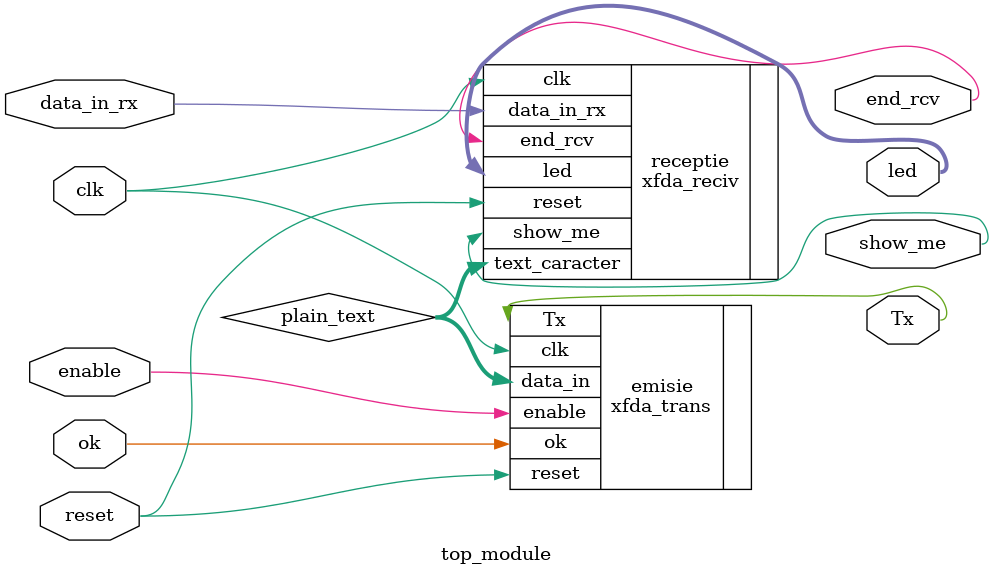
<source format=v>
module top_module(ok,clk,reset,enable,Tx,data_in_rx,end_rcv,led,show_me
    );
	input clk , reset , enable , data_in_rx, ok	;
	output Tx , show_me ;
	output end_rcv ;
	output [7:0] led ;
	
	
	//wire  baud_generator ;
	 
	 wire [111:0] plain_text ; 
	 
	xfda_reciv receptie(.clk(clk),.reset(reset),.data_in_rx(data_in_rx),.end_rcv(end_rcv),.led(led),.text_caracter(plain_text),.show_me(show_me));
	xfda_trans emisie(.ok(ok),.clk(clk),.reset(reset),.enable(enable),.data_in(plain_text),.Tx(Tx));
	
	
endmodule

</source>
